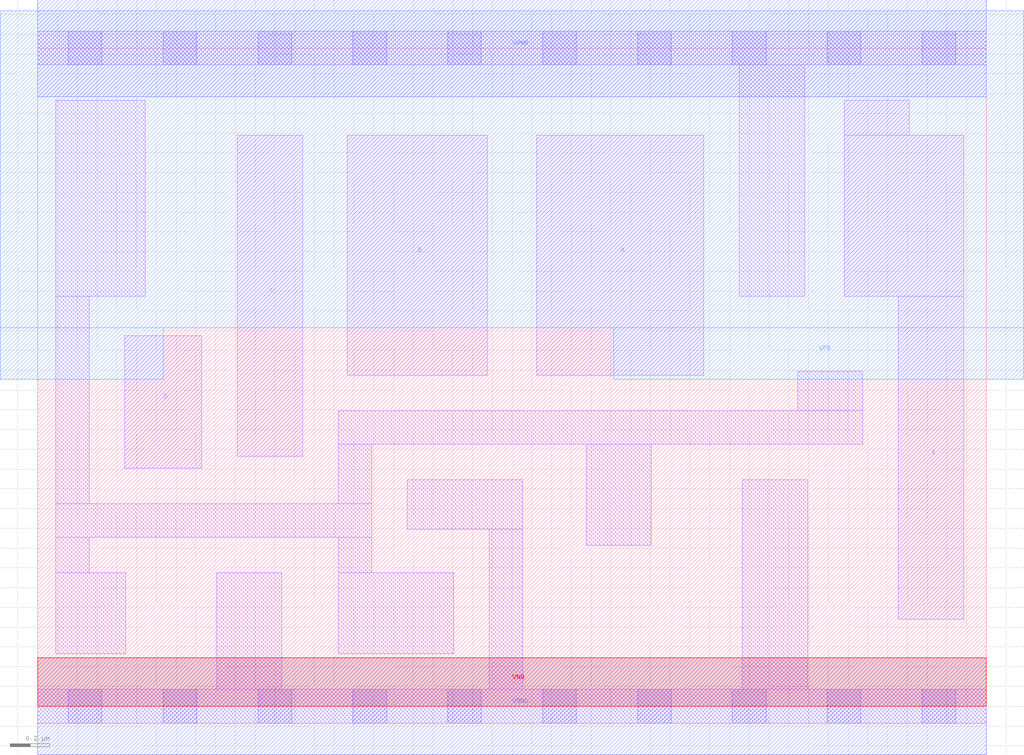
<source format=lef>
# Copyright 2020 The SkyWater PDK Authors
#
# Licensed under the Apache License, Version 2.0 (the "License");
# you may not use this file except in compliance with the License.
# You may obtain a copy of the License at
#
#     https://www.apache.org/licenses/LICENSE-2.0
#
# Unless required by applicable law or agreed to in writing, software
# distributed under the License is distributed on an "AS IS" BASIS,
# WITHOUT WARRANTIES OR CONDITIONS OF ANY KIND, either express or implied.
# See the License for the specific language governing permissions and
# limitations under the License.
#
# SPDX-License-Identifier: Apache-2.0

VERSION 5.7 ;
  NOWIREEXTENSIONATPIN ON ;
  DIVIDERCHAR "/" ;
  BUSBITCHARS "[]" ;
MACRO sky130_fd_sc_lp__or4_lp
  CLASS CORE ;
  FOREIGN sky130_fd_sc_lp__or4_lp ;
  ORIGIN  0.000000  0.000000 ;
  SIZE  4.800000 BY  3.330000 ;
  SYMMETRY X Y R90 ;
  SITE unit ;
  PIN A
    ANTENNAGATEAREA  0.376000 ;
    DIRECTION INPUT ;
    USE SIGNAL ;
    PORT
      LAYER li1 ;
        RECT 2.525000 1.675000 3.370000 2.890000 ;
    END
  END A
  PIN B
    ANTENNAGATEAREA  0.376000 ;
    DIRECTION INPUT ;
    USE SIGNAL ;
    PORT
      LAYER li1 ;
        RECT 1.565000 1.675000 2.275000 2.890000 ;
    END
  END B
  PIN C
    ANTENNAGATEAREA  0.376000 ;
    DIRECTION INPUT ;
    USE SIGNAL ;
    PORT
      LAYER li1 ;
        RECT 1.010000 1.265000 1.340000 2.890000 ;
    END
  END C
  PIN D
    ANTENNAGATEAREA  0.376000 ;
    DIRECTION INPUT ;
    USE SIGNAL ;
    PORT
      LAYER li1 ;
        RECT 0.440000 1.205000 0.830000 1.875000 ;
    END
  END D
  PIN X
    ANTENNADIFFAREA  0.404700 ;
    DIRECTION OUTPUT ;
    USE SIGNAL ;
    PORT
      LAYER li1 ;
        RECT 4.080000 2.075000 4.685000 2.890000 ;
        RECT 4.080000 2.890000 4.410000 3.065000 ;
        RECT 4.355000 0.440000 4.685000 2.075000 ;
    END
  END X
  PIN VGND
    DIRECTION INOUT ;
    USE GROUND ;
    PORT
      LAYER met1 ;
        RECT 0.000000 -0.245000 4.800000 0.245000 ;
    END
  END VGND
  PIN VNB
    DIRECTION INOUT ;
    USE GROUND ;
    PORT
      LAYER pwell ;
        RECT 0.000000 0.000000 4.800000 0.245000 ;
    END
  END VNB
  PIN VPB
    DIRECTION INOUT ;
    USE POWER ;
    PORT
      LAYER nwell ;
        RECT -0.190000 1.655000 0.635000 1.915000 ;
        RECT -0.190000 1.915000 4.990000 3.520000 ;
        RECT  2.915000 1.655000 4.990000 1.915000 ;
    END
  END VPB
  PIN VPWR
    DIRECTION INOUT ;
    USE POWER ;
    PORT
      LAYER met1 ;
        RECT 0.000000 3.085000 4.800000 3.575000 ;
    END
  END VPWR
  OBS
    LAYER li1 ;
      RECT 0.000000 -0.085000 4.800000 0.085000 ;
      RECT 0.000000  3.245000 4.800000 3.415000 ;
      RECT 0.090000  0.265000 0.445000 0.675000 ;
      RECT 0.090000  0.675000 0.260000 0.855000 ;
      RECT 0.090000  0.855000 1.690000 1.025000 ;
      RECT 0.090000  1.025000 0.260000 2.075000 ;
      RECT 0.090000  2.075000 0.545000 3.065000 ;
      RECT 0.905000  0.085000 1.235000 0.675000 ;
      RECT 1.520000  0.265000 2.105000 0.675000 ;
      RECT 1.520000  0.675000 1.690000 0.855000 ;
      RECT 1.520000  1.025000 1.690000 1.325000 ;
      RECT 1.520000  1.325000 4.175000 1.495000 ;
      RECT 1.870000  0.895000 2.455000 1.145000 ;
      RECT 2.285000  0.085000 2.455000 0.895000 ;
      RECT 2.775000  0.815000 3.105000 1.325000 ;
      RECT 3.550000  2.075000 3.880000 3.245000 ;
      RECT 3.565000  0.085000 3.895000 1.145000 ;
      RECT 3.845000  1.495000 4.175000 1.695000 ;
    LAYER mcon ;
      RECT 0.155000 -0.085000 0.325000 0.085000 ;
      RECT 0.155000  3.245000 0.325000 3.415000 ;
      RECT 0.635000 -0.085000 0.805000 0.085000 ;
      RECT 0.635000  3.245000 0.805000 3.415000 ;
      RECT 1.115000 -0.085000 1.285000 0.085000 ;
      RECT 1.115000  3.245000 1.285000 3.415000 ;
      RECT 1.595000 -0.085000 1.765000 0.085000 ;
      RECT 1.595000  3.245000 1.765000 3.415000 ;
      RECT 2.075000 -0.085000 2.245000 0.085000 ;
      RECT 2.075000  3.245000 2.245000 3.415000 ;
      RECT 2.555000 -0.085000 2.725000 0.085000 ;
      RECT 2.555000  3.245000 2.725000 3.415000 ;
      RECT 3.035000 -0.085000 3.205000 0.085000 ;
      RECT 3.035000  3.245000 3.205000 3.415000 ;
      RECT 3.515000 -0.085000 3.685000 0.085000 ;
      RECT 3.515000  3.245000 3.685000 3.415000 ;
      RECT 3.995000 -0.085000 4.165000 0.085000 ;
      RECT 3.995000  3.245000 4.165000 3.415000 ;
      RECT 4.475000 -0.085000 4.645000 0.085000 ;
      RECT 4.475000  3.245000 4.645000 3.415000 ;
  END
END sky130_fd_sc_lp__or4_lp
END LIBRARY

</source>
